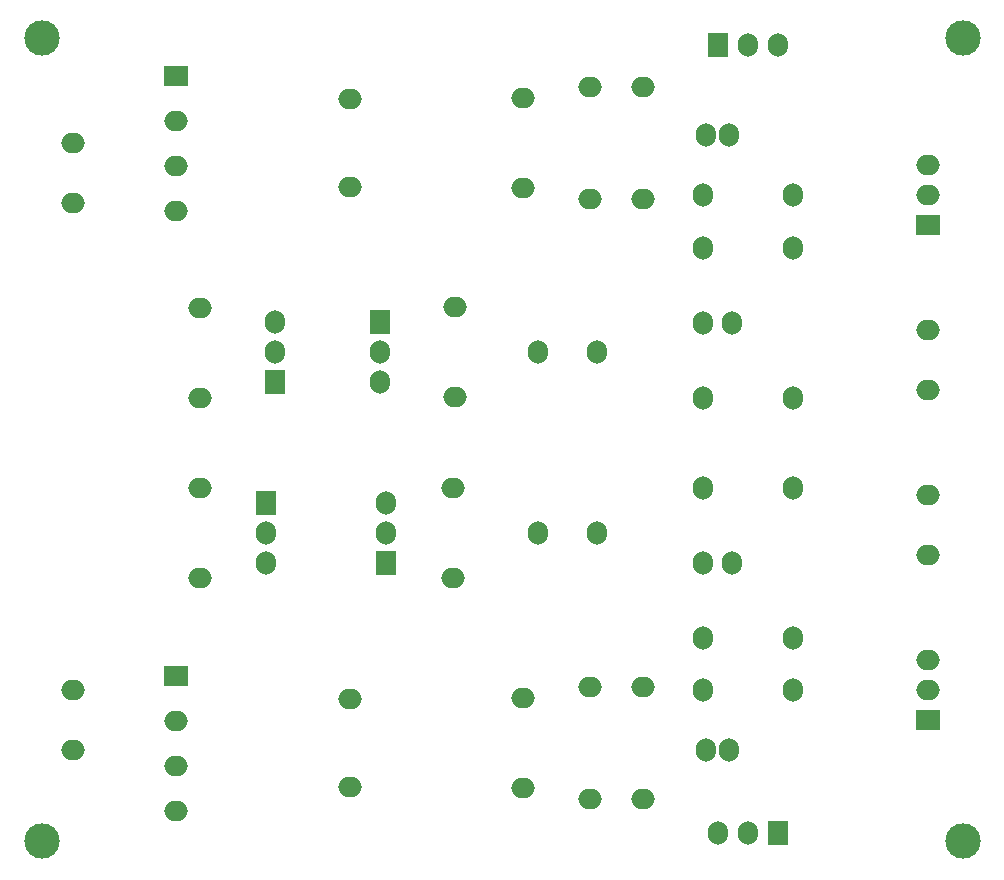
<source format=gtl>
G04*
G04 #@! TF.GenerationSoftware,Altium Limited,Altium Designer,22.10.1 (41)*
G04*
G04 Layer_Physical_Order=1*
G04 Layer_Color=255*
%FSLAX25Y25*%
%MOIN*%
G70*
G04*
G04 #@! TF.SameCoordinates,29EE3482-A75D-48CA-8BFF-185FBC0ED275*
G04*
G04*
G04 #@! TF.FilePolarity,Positive*
G04*
G01*
G75*
%ADD16O,0.07874X0.06693*%
%ADD17R,0.07874X0.06693*%
%ADD20R,0.06693X0.07874*%
%ADD21O,0.06693X0.07874*%
%ADD22C,0.11811*%
D16*
X72500Y167500D02*
D03*
Y197500D02*
D03*
X30000Y252500D02*
D03*
Y232500D02*
D03*
X64350Y229941D02*
D03*
Y244941D02*
D03*
Y259941D02*
D03*
X315000Y245000D02*
D03*
Y235000D02*
D03*
X220000Y233720D02*
D03*
Y271280D02*
D03*
X315000Y170000D02*
D03*
Y190000D02*
D03*
X122500Y237736D02*
D03*
Y267264D02*
D03*
X202500Y271280D02*
D03*
Y233720D02*
D03*
X157500Y167736D02*
D03*
Y197736D02*
D03*
X180000Y267500D02*
D03*
Y237500D02*
D03*
X315000Y70000D02*
D03*
X72500Y137500D02*
D03*
Y107500D02*
D03*
X315000Y135000D02*
D03*
Y115000D02*
D03*
X122500Y67264D02*
D03*
Y37736D02*
D03*
X180000Y37500D02*
D03*
Y67500D02*
D03*
X64350Y59941D02*
D03*
Y44941D02*
D03*
Y29941D02*
D03*
X156909Y107500D02*
D03*
Y137500D02*
D03*
X30000Y70000D02*
D03*
Y50000D02*
D03*
X315000Y80000D02*
D03*
X202500Y71280D02*
D03*
Y33720D02*
D03*
X220000Y71280D02*
D03*
Y33720D02*
D03*
D17*
X64350Y274941D02*
D03*
X315000Y225000D02*
D03*
Y60000D02*
D03*
X64350Y74941D02*
D03*
D20*
X97500Y172736D02*
D03*
X245000Y285000D02*
D03*
X132500Y192736D02*
D03*
X94409Y132500D02*
D03*
X134409Y112500D02*
D03*
X265000Y22500D02*
D03*
D21*
X97500Y182736D02*
D03*
Y192736D02*
D03*
X255000Y285000D02*
D03*
X265000D02*
D03*
X270000Y217500D02*
D03*
X240000D02*
D03*
X204842Y182736D02*
D03*
X185158Y182736D02*
D03*
X249921Y192500D02*
D03*
X240079D02*
D03*
X240000Y167500D02*
D03*
X270000D02*
D03*
X248937Y255000D02*
D03*
X241063D02*
D03*
X240000Y235000D02*
D03*
X270000D02*
D03*
X132500Y172736D02*
D03*
Y182736D02*
D03*
X240000Y87500D02*
D03*
X240079Y112500D02*
D03*
X270000Y137500D02*
D03*
X185158Y122500D02*
D03*
X204843D02*
D03*
X270000Y87500D02*
D03*
X94409Y122500D02*
D03*
Y112500D02*
D03*
X134409Y122500D02*
D03*
Y132500D02*
D03*
X255000Y22500D02*
D03*
X245000D02*
D03*
X249921Y112500D02*
D03*
X240000Y137500D02*
D03*
X248937Y50000D02*
D03*
X241063D02*
D03*
X270000Y70000D02*
D03*
X240000D02*
D03*
D22*
X326772Y287402D02*
D03*
X19685D02*
D03*
X326772Y19685D02*
D03*
X19685D02*
D03*
M02*

</source>
